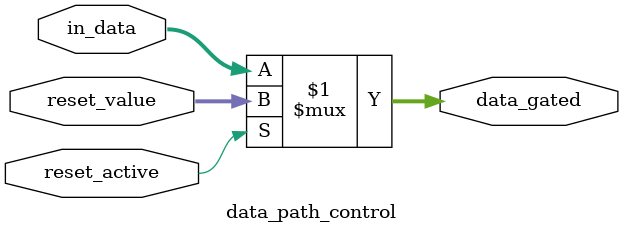
<source format=sv>

module async_rst_low_comb #(
    parameter WIDTH = 16
)(
    input  wire           rst_n,
    input  wire [WIDTH-1:0] in_data,
    output wire [WIDTH-1:0] out_data
);

    // Internal signals
    wire reset_active;
    wire [WIDTH-1:0] reset_value;
    wire [WIDTH-1:0] data_gated;

    // Reset detection submodule
    reset_detector u_reset_detector (
        .rst_n        (rst_n),
        .reset_active (reset_active)
    );

    // Reset value generator submodule
    reset_value_gen #(
        .WIDTH        (WIDTH)
    ) u_reset_value_gen (
        .reset_value  (reset_value)
    );

    // Data path control submodule
    data_path_control #(
        .WIDTH        (WIDTH)
    ) u_data_path_control (
        .reset_active (reset_active),
        .reset_value  (reset_value),
        .in_data      (in_data),
        .data_gated   (data_gated)
    );

    // Output assignment
    assign out_data = data_gated;

endmodule

///////////////////////////////////////////////////////////////////////////////
// Reset detector submodule
///////////////////////////////////////////////////////////////////////////////

module reset_detector (
    input  wire rst_n,
    output wire reset_active
);

    // Active low reset detection (inverted for internal logic)
    assign reset_active = ~rst_n;

endmodule

///////////////////////////////////////////////////////////////////////////////
// Reset value generator submodule
///////////////////////////////////////////////////////////////////////////////

module reset_value_gen #(
    parameter WIDTH = 16
)(
    output wire [WIDTH-1:0] reset_value
);

    // Generate the reset value (always zeros in this design)
    assign reset_value = {WIDTH{1'b0}};

endmodule

///////////////////////////////////////////////////////////////////////////////
// Data path control submodule
///////////////////////////////////////////////////////////////////////////////

module data_path_control #(
    parameter WIDTH = 16
)(
    input  wire           reset_active,
    input  wire [WIDTH-1:0] reset_value,
    input  wire [WIDTH-1:0] in_data,
    output wire [WIDTH-1:0] data_gated
);

    // Select between input data and reset value based on reset status
    assign data_gated = reset_active ? reset_value : in_data;

endmodule
</source>
